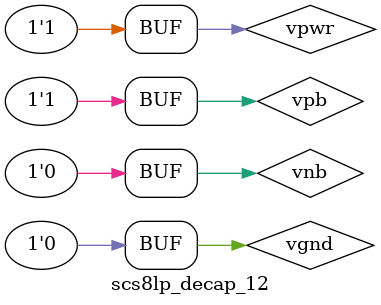
<source format=v>
`celldefine
`timescale 1ns / 1ps

module scs8lp_decap_12  (

`ifdef SC_USE_PG_PIN
input vpwr,
input vgnd,
input vpb,
input vnb
`endif

);

`ifdef functional
`else
`ifdef SC_USE_PG_PIN
`else
supply1 vpwr;
supply0 vgnd;
supply1 vpb;
supply0 vnb;
`endif
`endif

endmodule
`endcelldefine

</source>
